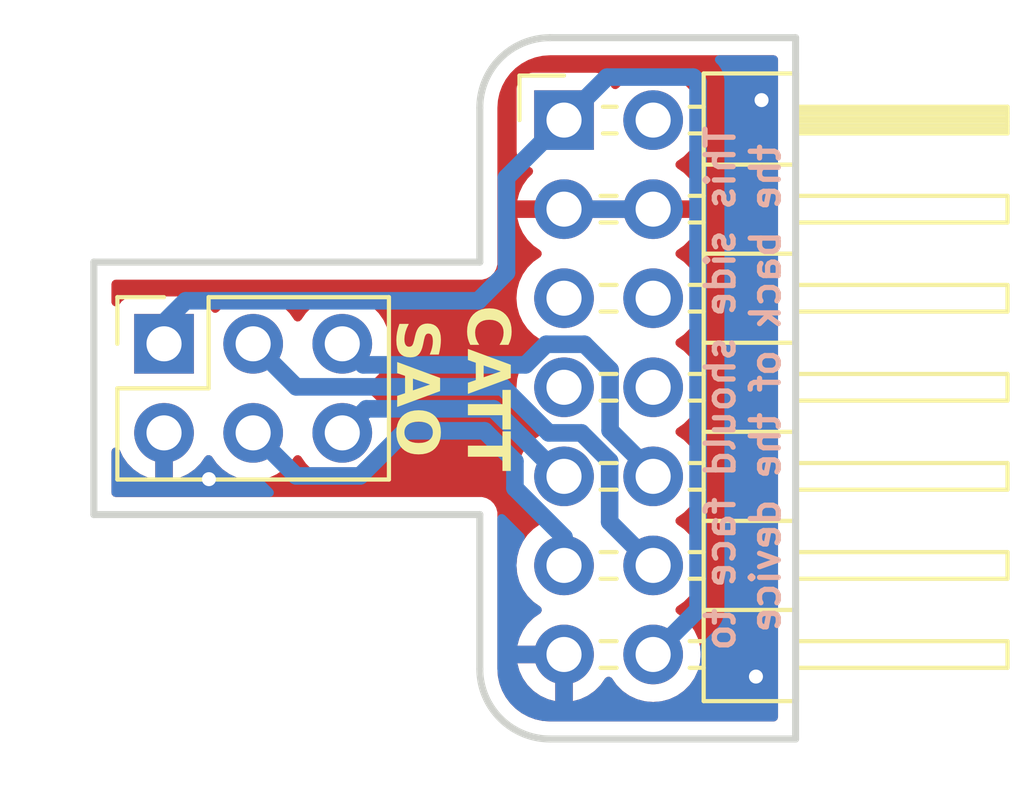
<source format=kicad_pcb>
(kicad_pcb (version 20240108) (generator "pcbnew") (generator_version "8.0")
  (layers (0 "F.Cu" signal) (31 "B.Cu" signal) (34 "B.Paste" user) (35 "F.Paste" user) (36 "B.SilkS" user "B.Silkscreen") (37 "F.SilkS" user "F.Silkscreen") (38 "B.Mask" user) (39 "F.Mask" user) (44 "Edge.Cuts" user))
  (net 0 "")
  (net 1 "+3.3V")
  (net 2 "MTMS")
  (net 3 "SAO_SDA")
  (net 4 "MTDO")
  (net 5 "MTCK")
  (net 6 "GND")
  (net 7 "SAO_IO1")
  (net 8 "P4_RESET")
  (net 9 "SAO_IO2")
  (net 10 "MTDI")
  (net 11 "SAO_SCL")
  (footprint "Connector_PinSocket_2.54mm:PinSocket_2x03_P2.54mm_Vertical" (layer "F.Cu") (at -8 -1.27 90)
    (property "Reference" "J2" (hide yes))
    (property "Value" "SAO")
    (fp_line (start 1.33 -1.33) (end 1.33 0) (stroke (width 0.12)) (layer "F.SilkS"))
    (fp_line (start 0 -1.33) (end 1.33 -1.33) (stroke (width 0.12)) (layer "F.SilkS"))
    (fp_line (start -1.27 -1.33) (end -1.27 1.27) (stroke (width 0.12)) (layer "F.SilkS"))
    (fp_line (start -3.87 -1.33) (end -1.27 -1.33) (stroke (width 0.12)) (layer "F.SilkS"))
    (fp_line (start -3.87 -1.33) (end -3.87 6.41) (stroke (width 0.12)) (layer "F.SilkS"))
    (fp_line (start 1.33 1.27) (end 1.33 6.41) (stroke (width 0.12)) (layer "F.SilkS"))
    (fp_line (start -1.27 1.27) (end 1.33 1.27) (stroke (width 0.12)) (layer "F.SilkS"))
    (fp_line (start -3.87 6.41) (end 1.33 6.41) (stroke (width 0.12)) (layer "F.SilkS"))
    (pad "1" thru_hole rect (at 0 0 90) (size 1.7 1.7) (drill 1) (layers "*.Cu" "*.Mask") (net 1 "+3.3V"))
    (pad "2" thru_hole oval (at -2.54 0 90) (size 1.7 1.7) (drill 1) (layers "*.Cu" "*.Mask") (net 6 "GND"))
    (pad "3" thru_hole oval (at 0 2.54 90) (size 1.7 1.7) (drill 1) (layers "*.Cu" "*.Mask") (net 3 "SAO_SDA"))
    (pad "4" thru_hole oval (at -2.54 2.54 90) (size 1.7 1.7) (drill 1) (layers "*.Cu" "*.Mask") (net 11 "SAO_SCL"))
    (pad "5" thru_hole oval (at 0 5.08 90) (size 1.7 1.7) (drill 1) (layers "*.Cu" "*.Mask") (net 7 "SAO_IO1"))
    (pad "6" thru_hole oval (at -2.54 5.08 90) (size 1.7 1.7) (drill 1) (layers "*.Cu" "*.Mask") (net 9 "SAO_IO2"))
  )
  (footprint "Connector_PinHeader_2.54mm:PinHeader_2x07_P2.54mm_Horizontal" (layer "F.Cu") (at 3.4 -7.65)
    (property "Reference" "J1" (hide yes))
    (property "Value" "CATT" (hide yes))
    (fp_line (start -1.27 -1.27) (end 0 -1.27) (stroke (width 0.12)) (layer "F.SilkS"))
    (fp_line (start -1.27 0) (end -1.27 -1.27) (stroke (width 0.12)) (layer "F.SilkS"))
    (fp_line (start 1.042929 2.16) (end 1.497071 2.16) (stroke (width 0.12)) (layer "F.SilkS"))
    (fp_line (start 1.042929 2.92) (end 1.497071 2.92) (stroke (width 0.12)) (layer "F.SilkS"))
    (fp_line (start 1.042929 4.7) (end 1.497071 4.7) (stroke (width 0.12)) (layer "F.SilkS"))
    (fp_line (start 1.042929 5.46) (end 1.497071 5.46) (stroke (width 0.12)) (layer "F.SilkS"))
    (fp_line (start 1.042929 7.24) (end 1.497071 7.24) (stroke (width 0.12)) (layer "F.SilkS"))
    (fp_line (start 1.042929 8) (end 1.497071 8) (stroke (width 0.12)) (layer "F.SilkS"))
    (fp_line (start 1.042929 9.78) (end 1.497071 9.78) (stroke (width 0.12)) (layer "F.SilkS"))
    (fp_line (start 1.042929 10.54) (end 1.497071 10.54) (stroke (width 0.12)) (layer "F.SilkS"))
    (fp_line (start 1.042929 12.32) (end 1.497071 12.32) (stroke (width 0.12)) (layer "F.SilkS"))
    (fp_line (start 1.042929 13.08) (end 1.497071 13.08) (stroke (width 0.12)) (layer "F.SilkS"))
    (fp_line (start 1.042929 14.86) (end 1.497071 14.86) (stroke (width 0.12)) (layer "F.SilkS"))
    (fp_line (start 1.042929 15.62) (end 1.497071 15.62) (stroke (width 0.12)) (layer "F.SilkS"))
    (fp_line (start 1.11 -0.38) (end 1.497071 -0.38) (stroke (width 0.12)) (layer "F.SilkS"))
    (fp_line (start 1.11 0.38) (end 1.497071 0.38) (stroke (width 0.12)) (layer "F.SilkS"))
    (fp_line (start 3.582929 -0.38) (end 3.98 -0.38) (stroke (width 0.12)) (layer "F.SilkS"))
    (fp_line (start 3.582929 0.38) (end 3.98 0.38) (stroke (width 0.12)) (layer "F.SilkS"))
    (fp_line (start 3.582929 2.16) (end 3.98 2.16) (stroke (width 0.12)) (layer "F.SilkS"))
    (fp_line (start 3.582929 2.92) (end 3.98 2.92) (stroke (width 0.12)) (layer "F.SilkS"))
    (fp_line (start 3.582929 4.7) (end 3.98 4.7) (stroke (width 0.12)) (layer "F.SilkS"))
    (fp_line (start 3.582929 5.46) (end 3.98 5.46) (stroke (width 0.12)) (layer "F.SilkS"))
    (fp_line (start 3.582929 7.24) (end 3.98 7.24) (stroke (width 0.12)) (layer "F.SilkS"))
    (fp_line (start 3.582929 8) (end 3.98 8) (stroke (width 0.12)) (layer "F.SilkS"))
    (fp_line (start 3.582929 9.78) (end 3.98 9.78) (stroke (width 0.12)) (layer "F.SilkS"))
    (fp_line (start 3.582929 10.54) (end 3.98 10.54) (stroke (width 0.12)) (layer "F.SilkS"))
    (fp_line (start 3.582929 12.32) (end 3.98 12.32) (stroke (width 0.12)) (layer "F.SilkS"))
    (fp_line (start 3.582929 13.08) (end 3.98 13.08) (stroke (width 0.12)) (layer "F.SilkS"))
    (fp_line (start 3.582929 14.86) (end 3.98 14.86) (stroke (width 0.12)) (layer "F.SilkS"))
    (fp_line (start 3.582929 15.62) (end 3.98 15.62) (stroke (width 0.12)) (layer "F.SilkS"))
    (fp_line (start 3.98 -1.33) (end 3.98 16.57) (stroke (width 0.12)) (layer "F.SilkS"))
    (fp_line (start 3.98 1.27) (end 6.64 1.27) (stroke (width 0.12)) (layer "F.SilkS"))
    (fp_line (start 3.98 3.81) (end 6.64 3.81) (stroke (width 0.12)) (layer "F.SilkS"))
    (fp_line (start 3.98 6.35) (end 6.64 6.35) (stroke (width 0.12)) (layer "F.SilkS"))
    (fp_line (start 3.98 8.89) (end 6.64 8.89) (stroke (width 0.12)) (layer "F.SilkS"))
    (fp_line (start 3.98 11.43) (end 6.64 11.43) (stroke (width 0.12)) (layer "F.SilkS"))
    (fp_line (start 3.98 13.97) (end 6.64 13.97) (stroke (width 0.12)) (layer "F.SilkS"))
    (fp_line (start 3.98 16.57) (end 6.64 16.57) (stroke (width 0.12)) (layer "F.SilkS"))
    (fp_line (start 6.64 -1.33) (end 3.98 -1.33) (stroke (width 0.12)) (layer "F.SilkS"))
    (fp_line (start 6.64 -0.38) (end 12.64 -0.38) (stroke (width 0.12)) (layer "F.SilkS"))
    (fp_line (start 6.64 -0.32) (end 12.64 -0.32) (stroke (width 0.12)) (layer "F.SilkS"))
    (fp_line (start 6.64 -0.2) (end 12.64 -0.2) (stroke (width 0.12)) (layer "F.SilkS"))
    (fp_line (start 6.64 -0.08) (end 12.64 -0.08) (stroke (width 0.12)) (layer "F.SilkS"))
    (fp_line (start 6.64 0.04) (end 12.64 0.04) (stroke (width 0.12)) (layer "F.SilkS"))
    (fp_line (start 6.64 0.16) (end 12.64 0.16) (stroke (width 0.12)) (layer "F.SilkS"))
    (fp_line (start 6.64 0.28) (end 12.64 0.28) (stroke (width 0.12)) (layer "F.SilkS"))
    (fp_line (start 6.64 2.16) (end 12.64 2.16) (stroke (width 0.12)) (layer "F.SilkS"))
    (fp_line (start 6.64 4.7) (end 12.64 4.7) (stroke (width 0.12)) (layer "F.SilkS"))
    (fp_line (start 6.64 7.24) (end 12.64 7.24) (stroke (width 0.12)) (layer "F.SilkS"))
    (fp_line (start 6.64 9.78) (end 12.64 9.78) (stroke (width 0.12)) (layer "F.SilkS"))
    (fp_line (start 6.64 12.32) (end 12.64 12.32) (stroke (width 0.12)) (layer "F.SilkS"))
    (fp_line (start 6.64 14.86) (end 12.64 14.86) (stroke (width 0.12)) (layer "F.SilkS"))
    (fp_line (start 6.64 16.57) (end 6.64 -1.33) (stroke (width 0.12)) (layer "F.SilkS"))
    (fp_line (start 12.64 -0.38) (end 12.64 0.38) (stroke (width 0.12)) (layer "F.SilkS"))
    (fp_line (start 12.64 0.38) (end 6.64 0.38) (stroke (width 0.12)) (layer "F.SilkS"))
    (fp_line (start 12.64 2.16) (end 12.64 2.92) (stroke (width 0.12)) (layer "F.SilkS"))
    (fp_line (start 12.64 2.92) (end 6.64 2.92) (stroke (width 0.12)) (layer "F.SilkS"))
    (fp_line (start 12.64 4.7) (end 12.64 5.46) (stroke (width 0.12)) (layer "F.SilkS"))
    (fp_line (start 12.64 5.46) (end 6.64 5.46) (stroke (width 0.12)) (layer "F.SilkS"))
    (fp_line (start 12.64 7.24) (end 12.64 8) (stroke (width 0.12)) (layer "F.SilkS"))
    (fp_line (start 12.64 8) (end 6.64 8) (stroke (width 0.12)) (layer "F.SilkS"))
    (fp_line (start 12.64 9.78) (end 12.64 10.54) (stroke (width 0.12)) (layer "F.SilkS"))
    (fp_line (start 12.64 10.54) (end 6.64 10.54) (stroke (width 0.12)) (layer "F.SilkS"))
    (fp_line (start 12.64 12.32) (end 12.64 13.08) (stroke (width 0.12)) (layer "F.SilkS"))
    (fp_line (start 12.64 13.08) (end 6.64 13.08) (stroke (width 0.12)) (layer "F.SilkS"))
    (fp_line (start 12.64 14.86) (end 12.64 15.62) (stroke (width 0.12)) (layer "F.SilkS"))
    (fp_line (start 12.64 15.62) (end 6.64 15.62) (stroke (width 0.12)) (layer "F.SilkS"))
    (pad "1" thru_hole rect (at 0 0) (size 1.7 1.7) (drill 1) (layers "*.Cu" "*.Mask") (net 1 "+3.3V"))
    (pad "2" thru_hole oval (at 2.54 0) (size 1.7 1.7) (drill 1) (layers "*.Cu" "*.Mask") (net 8 "P4_RESET"))
    (pad "3" thru_hole oval (at 0 2.54) (size 1.7 1.7) (drill 1) (layers "*.Cu" "*.Mask") (net 6 "GND"))
    (pad "4" thru_hole oval (at 2.54 2.54) (size 1.7 1.7) (drill 1) (layers "*.Cu" "*.Mask") (net 6 "GND"))
    (pad "5" thru_hole oval (at 0 5.08) (size 1.7 1.7) (drill 1) (layers "*.Cu" "*.Mask") (net 10 "MTDI"))
    (pad "6" thru_hole oval (at 2.54 5.08) (size 1.7 1.7) (drill 1) (layers "*.Cu" "*.Mask") (net 5 "MTCK"))
    (pad "7" thru_hole oval (at 0 7.62) (size 1.7 1.7) (drill 1) (layers "*.Cu" "*.Mask") (net 4 "MTDO"))
    (pad "8" thru_hole oval (at 2.54 7.62) (size 1.7 1.7) (drill 1) (layers "*.Cu" "*.Mask") (net 2 "MTMS"))
    (pad "9" thru_hole oval (at 0 10.16) (size 1.7 1.7) (drill 1) (layers "*.Cu" "*.Mask") (net 9 "SAO_IO2"))
    (pad "10" thru_hole oval (at 2.54 10.16) (size 1.7 1.7) (drill 1) (layers "*.Cu" "*.Mask") (net 7 "SAO_IO1"))
    (pad "11" thru_hole oval (at 0 12.7) (size 1.7 1.7) (drill 1) (layers "*.Cu" "*.Mask") (net 11 "SAO_SCL"))
    (pad "12" thru_hole oval (at 2.54 12.7) (size 1.7 1.7) (drill 1) (layers "*.Cu" "*.Mask") (net 3 "SAO_SDA"))
    (pad "13" thru_hole oval (at 0 15.24) (size 1.7 1.7) (drill 1) (layers "*.Cu" "*.Mask") (net 6 "GND"))
    (pad "14" thru_hole oval (at 2.54 15.24) (size 1.7 1.7) (drill 1) (layers "*.Cu" "*.Mask") (net 1 "+3.3V"))
  )
  (gr_line (start -10 3.6) (end 1 3.6) (stroke (width 0.2)) (layer "Edge.Cuts"))
  (gr_line (start 10 -10) (end 10 10) (stroke (width 0.2)) (layer "Edge.Cuts"))
  (gr_arc (start 1 -8) (mid 1.585786 -9.414214) (end 3 -10) (stroke (width 0.2)) (layer "Edge.Cuts"))
  (gr_line (start -10 -3.6) (end 1 -3.6) (stroke (width 0.2)) (layer "Edge.Cuts"))
  (gr_line (start 1 -8) (end 1 -3.6) (stroke (width 0.2)) (layer "Edge.Cuts"))
  (gr_line (start 3 -10) (end 10 -10) (stroke (width 0.2)) (layer "Edge.Cuts"))
  (gr_arc (start 3 10) (mid 1.585786 9.414214) (end 1 8) (stroke (width 0.2)) (layer "Edge.Cuts"))
  (gr_line (start -10 -3.6) (end -10 3.6) (stroke (width 0.2)) (layer "Edge.Cuts"))
  (gr_line (start 3 10) (end 10 10) (stroke (width 0.2)) (layer "Edge.Cuts"))
  (gr_line (start 1 3.6) (end 1 8) (stroke (width 0.2)) (layer "Edge.Cuts"))
  (gr_text "This side should face to\nthe back of the device" (at 8.5 0 90) (layer "B.SilkS") (effects (font (size 0.8 0.8)) (justify mirror)))
  (gr_text "CATT\nSAO" (at 0.15 0 270) (layer "F.SilkS") (effects (font (size 1.2 1.2) (thickness 0.15) (bold yes))))
  (segment (start -7.383 -2.497) (end 0.95766 -2.497) (width 0.5) (layer "B.Cu") (net 1))
  (segment (start -8 -1.88) (end -7.383 -2.497) (width 0.5) (layer "B.Cu") (net 1))
  (segment (start 4.627 -8.877) (end 3.4 -7.65) (width 0.5) (layer "B.Cu") (net 1))
  (segment (start 1.76 -3.29934) (end 1.76 -6.01) (width 0.5) (layer "B.Cu") (net 1))
  (segment (start 5.94 7.59) (end 7.22 6.31) (width 0.5) (layer "B.Cu") (net 1))
  (segment (start 7.083 -8.877) (end 4.627 -8.877) (width 0.5) (layer "B.Cu") (net 1))
  (segment (start -8 -1.27) (end -8 -1.88) (width 0.5) (layer "B.Cu") (net 1))
  (segment (start 7.22 6.31) (end 7.22 -8.74) (width 0.5) (layer "B.Cu") (net 1))
  (segment (start 0.95766 -2.497) (end 1.76 -3.29934) (width 0.5) (layer "B.Cu") (net 1))
  (segment (start 1.76 -6.01) (end 3.4 -7.65) (width 0.5) (layer "B.Cu") (net 1))
  (segment (start 7.22 -8.74) (end 7.083 -8.877) (width 0.5) (layer "B.Cu") (net 1))
  (segment (start -5.46 -1.27) (end -4.233 -0.043) (width 0.5) (layer "B.Cu") (net 3))
  (segment (start -4.233 -0.043) (end 1.651759 -0.043) (width 0.5) (layer "B.Cu") (net 3))
  (segment (start 3.895241 1.27) (end 4.7 2.074759) (width 0.5) (layer "B.Cu") (net 3))
  (segment (start 4.7 3.81) (end 5.94 5.05) (width 0.5) (layer "B.Cu") (net 3))
  (segment (start 1.651759 -0.043) (end 2.964759 1.27) (width 0.5) (layer "B.Cu") (net 3))
  (segment (start 4.7 2.074759) (end 4.7 3.81) (width 0.5) (layer "B.Cu") (net 3))
  (segment (start 2.964759 1.27) (end 3.895241 1.27) (width 0.5) (layer "B.Cu") (net 3))
  (via (at 8.87 8.22) (size 0.8) (drill 0.4) (layers "F.Cu" "B.Cu") (net 6))
  (via (at 9.03 -8.22) (size 0.8) (drill 0.4) (layers "F.Cu" "B.Cu") (net 6))
  (via (at -6.72 2.59) (size 0.8) (drill 0.4) (layers "F.Cu" "B.Cu") (net 6))
  (segment (start 2.304759 -0.67) (end 2.891759 -1.257) (width 0.5) (layer "B.Cu") (net 7))
  (segment (start -2.32 -0.67) (end 2.304759 -0.67) (width 0.5) (layer "B.Cu") (net 7))
  (segment (start 5.94 2.428047) (end 5.94 2.51) (width 0.5) (layer "B.Cu") (net 7))
  (segment (start 4.713 1.201047) (end 5.94 2.428047) (width 0.5) (layer "B.Cu") (net 7))
  (segment (start -2.92 -1.27) (end -2.32 -0.67) (width 0.5) (layer "B.Cu") (net 7))
  (segment (start 3.983 -1.257) (end 4.713 -0.527) (width 0.5) (layer "B.Cu") (net 7))
  (segment (start 2.891759 -1.257) (end 3.983 -1.257) (width 0.5) (layer "B.Cu") (net 7))
  (segment (start 4.713 -0.527) (end 4.713 1.201047) (width 0.5) (layer "B.Cu") (net 7))
  (segment (start 3.4 2.51) (end 3.318047 2.51) (width 0.5) (layer "B.Cu") (net 9))
  (segment (start 3.318047 2.51) (end 1.392047 0.584) (width 0.5) (layer "B.Cu") (net 9))
  (segment (start 1.392047 0.584) (end -2.234 0.584) (width 0.5) (layer "B.Cu") (net 9))
  (segment (start -2.234 0.584) (end -2.92 1.27) (width 0.5) (layer "B.Cu") (net 9))
  (segment (start -4.233 2.497) (end -2.411759 2.497) (width 0.5) (layer "B.Cu") (net 11))
  (segment (start 1.132335 1.211) (end 2.000668 2.079333) (width 0.5) (layer "B.Cu") (net 11))
  (segment (start 3.4 4.245241) (end 3.4 5.05) (width 0.5) (layer "B.Cu") (net 11))
  (segment (start 2.000668 2.845909) (end 3.4 4.245241) (width 0.5) (layer "B.Cu") (net 11))
  (segment (start -2.411759 2.497) (end -1.125759 1.211) (width 0.5) (layer "B.Cu") (net 11))
  (segment (start -1.125759 1.211) (end 1.132335 1.211) (width 0.5) (layer "B.Cu") (net 11))
  (segment (start -5.46 1.27) (end -4.233 2.497) (width 0.5) (layer "B.Cu") (net 11))
  (segment (start 2.000668 2.079333) (end 2.000668 2.845909) (width 0.5) (layer "B.Cu") (net 11))
  (zone (net 6) (net_name "GND") (layers "F&B.Cu") (connect_pads (clearance 0.5)) (min_thickness 0.25) (fill yes (thermal_gap 0.5) (thermal_bridge_width 0.5))
    (polygon (pts (xy -12.675 -10.92) (xy 14.025 -11.075) (xy 13.8 11.425) (xy -12.55 11.38)))
  )
)
</source>
